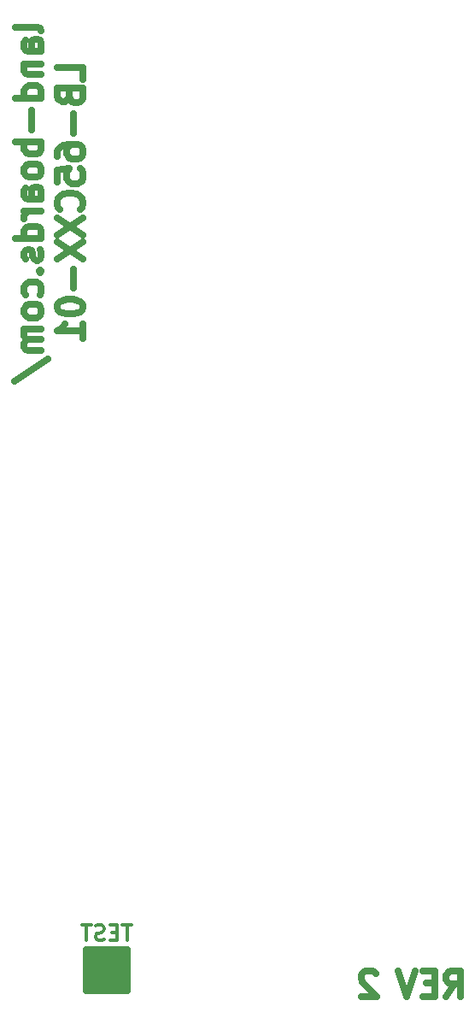
<source format=gbo>
G04 #@! TF.GenerationSoftware,KiCad,Pcbnew,(7.0.0)*
G04 #@! TF.CreationDate,2024-08-22T13:09:56-04:00*
G04 #@! TF.ProjectId,LB-65CXX-01,4c422d36-3543-4585-982d-30312e6b6963,1*
G04 #@! TF.SameCoordinates,Original*
G04 #@! TF.FileFunction,Legend,Bot*
G04 #@! TF.FilePolarity,Positive*
%FSLAX46Y46*%
G04 Gerber Fmt 4.6, Leading zero omitted, Abs format (unit mm)*
G04 Created by KiCad (PCBNEW (7.0.0)) date 2024-08-22 13:09:56*
%MOMM*%
%LPD*%
G01*
G04 APERTURE LIST*
%ADD10C,0.635000*%
%ADD11C,0.304800*%
%ADD12C,0.650000*%
G04 APERTURE END LIST*
D10*
X137559747Y-48792192D02*
X137438795Y-48550287D01*
X137438795Y-48550287D02*
X137196890Y-48429334D01*
X137196890Y-48429334D02*
X135019747Y-48429334D01*
X137559747Y-50848382D02*
X136229271Y-50848382D01*
X136229271Y-50848382D02*
X135987366Y-50727429D01*
X135987366Y-50727429D02*
X135866414Y-50485525D01*
X135866414Y-50485525D02*
X135866414Y-50001715D01*
X135866414Y-50001715D02*
X135987366Y-49759810D01*
X137438795Y-50848382D02*
X137559747Y-50606477D01*
X137559747Y-50606477D02*
X137559747Y-50001715D01*
X137559747Y-50001715D02*
X137438795Y-49759810D01*
X137438795Y-49759810D02*
X137196890Y-49638858D01*
X137196890Y-49638858D02*
X136954985Y-49638858D01*
X136954985Y-49638858D02*
X136713080Y-49759810D01*
X136713080Y-49759810D02*
X136592128Y-50001715D01*
X136592128Y-50001715D02*
X136592128Y-50606477D01*
X136592128Y-50606477D02*
X136471176Y-50848382D01*
X135866414Y-52057905D02*
X137559747Y-52057905D01*
X136108319Y-52057905D02*
X135987366Y-52178858D01*
X135987366Y-52178858D02*
X135866414Y-52420763D01*
X135866414Y-52420763D02*
X135866414Y-52783620D01*
X135866414Y-52783620D02*
X135987366Y-53025524D01*
X135987366Y-53025524D02*
X136229271Y-53146477D01*
X136229271Y-53146477D02*
X137559747Y-53146477D01*
X137559747Y-55444572D02*
X135019747Y-55444572D01*
X137438795Y-55444572D02*
X137559747Y-55202667D01*
X137559747Y-55202667D02*
X137559747Y-54718858D01*
X137559747Y-54718858D02*
X137438795Y-54476953D01*
X137438795Y-54476953D02*
X137317842Y-54356000D01*
X137317842Y-54356000D02*
X137075938Y-54235048D01*
X137075938Y-54235048D02*
X136350223Y-54235048D01*
X136350223Y-54235048D02*
X136108319Y-54356000D01*
X136108319Y-54356000D02*
X135987366Y-54476953D01*
X135987366Y-54476953D02*
X135866414Y-54718858D01*
X135866414Y-54718858D02*
X135866414Y-55202667D01*
X135866414Y-55202667D02*
X135987366Y-55444572D01*
X136592128Y-56654095D02*
X136592128Y-58589334D01*
X137559747Y-59798857D02*
X135019747Y-59798857D01*
X135987366Y-59798857D02*
X135866414Y-60040762D01*
X135866414Y-60040762D02*
X135866414Y-60524572D01*
X135866414Y-60524572D02*
X135987366Y-60766476D01*
X135987366Y-60766476D02*
X136108319Y-60887429D01*
X136108319Y-60887429D02*
X136350223Y-61008381D01*
X136350223Y-61008381D02*
X137075938Y-61008381D01*
X137075938Y-61008381D02*
X137317842Y-60887429D01*
X137317842Y-60887429D02*
X137438795Y-60766476D01*
X137438795Y-60766476D02*
X137559747Y-60524572D01*
X137559747Y-60524572D02*
X137559747Y-60040762D01*
X137559747Y-60040762D02*
X137438795Y-59798857D01*
X137559747Y-62459810D02*
X137438795Y-62217905D01*
X137438795Y-62217905D02*
X137317842Y-62096952D01*
X137317842Y-62096952D02*
X137075938Y-61976000D01*
X137075938Y-61976000D02*
X136350223Y-61976000D01*
X136350223Y-61976000D02*
X136108319Y-62096952D01*
X136108319Y-62096952D02*
X135987366Y-62217905D01*
X135987366Y-62217905D02*
X135866414Y-62459810D01*
X135866414Y-62459810D02*
X135866414Y-62822667D01*
X135866414Y-62822667D02*
X135987366Y-63064571D01*
X135987366Y-63064571D02*
X136108319Y-63185524D01*
X136108319Y-63185524D02*
X136350223Y-63306476D01*
X136350223Y-63306476D02*
X137075938Y-63306476D01*
X137075938Y-63306476D02*
X137317842Y-63185524D01*
X137317842Y-63185524D02*
X137438795Y-63064571D01*
X137438795Y-63064571D02*
X137559747Y-62822667D01*
X137559747Y-62822667D02*
X137559747Y-62459810D01*
X137559747Y-65483619D02*
X136229271Y-65483619D01*
X136229271Y-65483619D02*
X135987366Y-65362666D01*
X135987366Y-65362666D02*
X135866414Y-65120762D01*
X135866414Y-65120762D02*
X135866414Y-64636952D01*
X135866414Y-64636952D02*
X135987366Y-64395047D01*
X137438795Y-65483619D02*
X137559747Y-65241714D01*
X137559747Y-65241714D02*
X137559747Y-64636952D01*
X137559747Y-64636952D02*
X137438795Y-64395047D01*
X137438795Y-64395047D02*
X137196890Y-64274095D01*
X137196890Y-64274095D02*
X136954985Y-64274095D01*
X136954985Y-64274095D02*
X136713080Y-64395047D01*
X136713080Y-64395047D02*
X136592128Y-64636952D01*
X136592128Y-64636952D02*
X136592128Y-65241714D01*
X136592128Y-65241714D02*
X136471176Y-65483619D01*
X137559747Y-66693142D02*
X135866414Y-66693142D01*
X136350223Y-66693142D02*
X136108319Y-66814095D01*
X136108319Y-66814095D02*
X135987366Y-66935047D01*
X135987366Y-66935047D02*
X135866414Y-67176952D01*
X135866414Y-67176952D02*
X135866414Y-67418857D01*
X137559747Y-69354095D02*
X135019747Y-69354095D01*
X137438795Y-69354095D02*
X137559747Y-69112190D01*
X137559747Y-69112190D02*
X137559747Y-68628381D01*
X137559747Y-68628381D02*
X137438795Y-68386476D01*
X137438795Y-68386476D02*
X137317842Y-68265523D01*
X137317842Y-68265523D02*
X137075938Y-68144571D01*
X137075938Y-68144571D02*
X136350223Y-68144571D01*
X136350223Y-68144571D02*
X136108319Y-68265523D01*
X136108319Y-68265523D02*
X135987366Y-68386476D01*
X135987366Y-68386476D02*
X135866414Y-68628381D01*
X135866414Y-68628381D02*
X135866414Y-69112190D01*
X135866414Y-69112190D02*
X135987366Y-69354095D01*
X137438795Y-70442666D02*
X137559747Y-70684571D01*
X137559747Y-70684571D02*
X137559747Y-71168380D01*
X137559747Y-71168380D02*
X137438795Y-71410285D01*
X137438795Y-71410285D02*
X137196890Y-71531237D01*
X137196890Y-71531237D02*
X137075938Y-71531237D01*
X137075938Y-71531237D02*
X136834033Y-71410285D01*
X136834033Y-71410285D02*
X136713080Y-71168380D01*
X136713080Y-71168380D02*
X136713080Y-70805523D01*
X136713080Y-70805523D02*
X136592128Y-70563618D01*
X136592128Y-70563618D02*
X136350223Y-70442666D01*
X136350223Y-70442666D02*
X136229271Y-70442666D01*
X136229271Y-70442666D02*
X135987366Y-70563618D01*
X135987366Y-70563618D02*
X135866414Y-70805523D01*
X135866414Y-70805523D02*
X135866414Y-71168380D01*
X135866414Y-71168380D02*
X135987366Y-71410285D01*
X137317842Y-72619808D02*
X137438795Y-72740761D01*
X137438795Y-72740761D02*
X137559747Y-72619808D01*
X137559747Y-72619808D02*
X137438795Y-72498856D01*
X137438795Y-72498856D02*
X137317842Y-72619808D01*
X137317842Y-72619808D02*
X137559747Y-72619808D01*
X137438795Y-74917904D02*
X137559747Y-74675999D01*
X137559747Y-74675999D02*
X137559747Y-74192190D01*
X137559747Y-74192190D02*
X137438795Y-73950285D01*
X137438795Y-73950285D02*
X137317842Y-73829332D01*
X137317842Y-73829332D02*
X137075938Y-73708380D01*
X137075938Y-73708380D02*
X136350223Y-73708380D01*
X136350223Y-73708380D02*
X136108319Y-73829332D01*
X136108319Y-73829332D02*
X135987366Y-73950285D01*
X135987366Y-73950285D02*
X135866414Y-74192190D01*
X135866414Y-74192190D02*
X135866414Y-74675999D01*
X135866414Y-74675999D02*
X135987366Y-74917904D01*
X137559747Y-76369333D02*
X137438795Y-76127428D01*
X137438795Y-76127428D02*
X137317842Y-76006475D01*
X137317842Y-76006475D02*
X137075938Y-75885523D01*
X137075938Y-75885523D02*
X136350223Y-75885523D01*
X136350223Y-75885523D02*
X136108319Y-76006475D01*
X136108319Y-76006475D02*
X135987366Y-76127428D01*
X135987366Y-76127428D02*
X135866414Y-76369333D01*
X135866414Y-76369333D02*
X135866414Y-76732190D01*
X135866414Y-76732190D02*
X135987366Y-76974094D01*
X135987366Y-76974094D02*
X136108319Y-77095047D01*
X136108319Y-77095047D02*
X136350223Y-77215999D01*
X136350223Y-77215999D02*
X137075938Y-77215999D01*
X137075938Y-77215999D02*
X137317842Y-77095047D01*
X137317842Y-77095047D02*
X137438795Y-76974094D01*
X137438795Y-76974094D02*
X137559747Y-76732190D01*
X137559747Y-76732190D02*
X137559747Y-76369333D01*
X137559747Y-78304570D02*
X135866414Y-78304570D01*
X136108319Y-78304570D02*
X135987366Y-78425523D01*
X135987366Y-78425523D02*
X135866414Y-78667428D01*
X135866414Y-78667428D02*
X135866414Y-79030285D01*
X135866414Y-79030285D02*
X135987366Y-79272189D01*
X135987366Y-79272189D02*
X136229271Y-79393142D01*
X136229271Y-79393142D02*
X137559747Y-79393142D01*
X136229271Y-79393142D02*
X135987366Y-79514094D01*
X135987366Y-79514094D02*
X135866414Y-79755999D01*
X135866414Y-79755999D02*
X135866414Y-80118856D01*
X135866414Y-80118856D02*
X135987366Y-80360761D01*
X135987366Y-80360761D02*
X136229271Y-80481713D01*
X136229271Y-80481713D02*
X137559747Y-80481713D01*
X134898795Y-83505523D02*
X138164509Y-81328380D01*
X141674547Y-53630284D02*
X141674547Y-52420760D01*
X141674547Y-52420760D02*
X139134547Y-52420760D01*
X140344071Y-55323617D02*
X140465023Y-55686474D01*
X140465023Y-55686474D02*
X140585976Y-55807427D01*
X140585976Y-55807427D02*
X140827880Y-55928379D01*
X140827880Y-55928379D02*
X141190738Y-55928379D01*
X141190738Y-55928379D02*
X141432642Y-55807427D01*
X141432642Y-55807427D02*
X141553595Y-55686474D01*
X141553595Y-55686474D02*
X141674547Y-55444569D01*
X141674547Y-55444569D02*
X141674547Y-54476950D01*
X141674547Y-54476950D02*
X139134547Y-54476950D01*
X139134547Y-54476950D02*
X139134547Y-55323617D01*
X139134547Y-55323617D02*
X139255500Y-55565522D01*
X139255500Y-55565522D02*
X139376452Y-55686474D01*
X139376452Y-55686474D02*
X139618357Y-55807427D01*
X139618357Y-55807427D02*
X139860261Y-55807427D01*
X139860261Y-55807427D02*
X140102166Y-55686474D01*
X140102166Y-55686474D02*
X140223119Y-55565522D01*
X140223119Y-55565522D02*
X140344071Y-55323617D01*
X140344071Y-55323617D02*
X140344071Y-54476950D01*
X140706928Y-57016950D02*
X140706928Y-58952189D01*
X139134547Y-61250284D02*
X139134547Y-60766474D01*
X139134547Y-60766474D02*
X139255500Y-60524570D01*
X139255500Y-60524570D02*
X139376452Y-60403617D01*
X139376452Y-60403617D02*
X139739309Y-60161712D01*
X139739309Y-60161712D02*
X140223119Y-60040760D01*
X140223119Y-60040760D02*
X141190738Y-60040760D01*
X141190738Y-60040760D02*
X141432642Y-60161712D01*
X141432642Y-60161712D02*
X141553595Y-60282665D01*
X141553595Y-60282665D02*
X141674547Y-60524570D01*
X141674547Y-60524570D02*
X141674547Y-61008379D01*
X141674547Y-61008379D02*
X141553595Y-61250284D01*
X141553595Y-61250284D02*
X141432642Y-61371236D01*
X141432642Y-61371236D02*
X141190738Y-61492189D01*
X141190738Y-61492189D02*
X140585976Y-61492189D01*
X140585976Y-61492189D02*
X140344071Y-61371236D01*
X140344071Y-61371236D02*
X140223119Y-61250284D01*
X140223119Y-61250284D02*
X140102166Y-61008379D01*
X140102166Y-61008379D02*
X140102166Y-60524570D01*
X140102166Y-60524570D02*
X140223119Y-60282665D01*
X140223119Y-60282665D02*
X140344071Y-60161712D01*
X140344071Y-60161712D02*
X140585976Y-60040760D01*
X139134547Y-63790284D02*
X139134547Y-62580760D01*
X139134547Y-62580760D02*
X140344071Y-62459808D01*
X140344071Y-62459808D02*
X140223119Y-62580760D01*
X140223119Y-62580760D02*
X140102166Y-62822665D01*
X140102166Y-62822665D02*
X140102166Y-63427427D01*
X140102166Y-63427427D02*
X140223119Y-63669332D01*
X140223119Y-63669332D02*
X140344071Y-63790284D01*
X140344071Y-63790284D02*
X140585976Y-63911237D01*
X140585976Y-63911237D02*
X141190738Y-63911237D01*
X141190738Y-63911237D02*
X141432642Y-63790284D01*
X141432642Y-63790284D02*
X141553595Y-63669332D01*
X141553595Y-63669332D02*
X141674547Y-63427427D01*
X141674547Y-63427427D02*
X141674547Y-62822665D01*
X141674547Y-62822665D02*
X141553595Y-62580760D01*
X141553595Y-62580760D02*
X141432642Y-62459808D01*
X141432642Y-66451237D02*
X141553595Y-66330285D01*
X141553595Y-66330285D02*
X141674547Y-65967427D01*
X141674547Y-65967427D02*
X141674547Y-65725523D01*
X141674547Y-65725523D02*
X141553595Y-65362666D01*
X141553595Y-65362666D02*
X141311690Y-65120761D01*
X141311690Y-65120761D02*
X141069785Y-64999808D01*
X141069785Y-64999808D02*
X140585976Y-64878856D01*
X140585976Y-64878856D02*
X140223119Y-64878856D01*
X140223119Y-64878856D02*
X139739309Y-64999808D01*
X139739309Y-64999808D02*
X139497404Y-65120761D01*
X139497404Y-65120761D02*
X139255500Y-65362666D01*
X139255500Y-65362666D02*
X139134547Y-65725523D01*
X139134547Y-65725523D02*
X139134547Y-65967427D01*
X139134547Y-65967427D02*
X139255500Y-66330285D01*
X139255500Y-66330285D02*
X139376452Y-66451237D01*
X139134547Y-67297904D02*
X141674547Y-68991237D01*
X139134547Y-68991237D02*
X141674547Y-67297904D01*
X139134547Y-69716952D02*
X141674547Y-71410285D01*
X139134547Y-71410285D02*
X141674547Y-69716952D01*
X140706928Y-72377904D02*
X140706928Y-74313143D01*
X139134547Y-76006476D02*
X139134547Y-76248381D01*
X139134547Y-76248381D02*
X139255500Y-76490285D01*
X139255500Y-76490285D02*
X139376452Y-76611238D01*
X139376452Y-76611238D02*
X139618357Y-76732190D01*
X139618357Y-76732190D02*
X140102166Y-76853143D01*
X140102166Y-76853143D02*
X140706928Y-76853143D01*
X140706928Y-76853143D02*
X141190738Y-76732190D01*
X141190738Y-76732190D02*
X141432642Y-76611238D01*
X141432642Y-76611238D02*
X141553595Y-76490285D01*
X141553595Y-76490285D02*
X141674547Y-76248381D01*
X141674547Y-76248381D02*
X141674547Y-76006476D01*
X141674547Y-76006476D02*
X141553595Y-75764571D01*
X141553595Y-75764571D02*
X141432642Y-75643619D01*
X141432642Y-75643619D02*
X141190738Y-75522666D01*
X141190738Y-75522666D02*
X140706928Y-75401714D01*
X140706928Y-75401714D02*
X140102166Y-75401714D01*
X140102166Y-75401714D02*
X139618357Y-75522666D01*
X139618357Y-75522666D02*
X139376452Y-75643619D01*
X139376452Y-75643619D02*
X139255500Y-75764571D01*
X139255500Y-75764571D02*
X139134547Y-76006476D01*
X141674547Y-79272191D02*
X141674547Y-77820762D01*
X141674547Y-78546476D02*
X139134547Y-78546476D01*
X139134547Y-78546476D02*
X139497404Y-78304572D01*
X139497404Y-78304572D02*
X139739309Y-78062667D01*
X139739309Y-78062667D02*
X139860261Y-77820762D01*
X177666952Y-144443147D02*
X178513619Y-143233623D01*
X179118381Y-144443147D02*
X179118381Y-141903147D01*
X179118381Y-141903147D02*
X178150762Y-141903147D01*
X178150762Y-141903147D02*
X177908857Y-142024100D01*
X177908857Y-142024100D02*
X177787904Y-142145052D01*
X177787904Y-142145052D02*
X177666952Y-142386957D01*
X177666952Y-142386957D02*
X177666952Y-142749814D01*
X177666952Y-142749814D02*
X177787904Y-142991719D01*
X177787904Y-142991719D02*
X177908857Y-143112671D01*
X177908857Y-143112671D02*
X178150762Y-143233623D01*
X178150762Y-143233623D02*
X179118381Y-143233623D01*
X176578381Y-143112671D02*
X175731714Y-143112671D01*
X175368857Y-144443147D02*
X176578381Y-144443147D01*
X176578381Y-144443147D02*
X176578381Y-141903147D01*
X176578381Y-141903147D02*
X175368857Y-141903147D01*
X174643143Y-141903147D02*
X173796476Y-144443147D01*
X173796476Y-144443147D02*
X172949809Y-141903147D01*
X170700095Y-142145052D02*
X170579143Y-142024100D01*
X170579143Y-142024100D02*
X170337238Y-141903147D01*
X170337238Y-141903147D02*
X169732476Y-141903147D01*
X169732476Y-141903147D02*
X169490571Y-142024100D01*
X169490571Y-142024100D02*
X169369619Y-142145052D01*
X169369619Y-142145052D02*
X169248666Y-142386957D01*
X169248666Y-142386957D02*
X169248666Y-142628861D01*
X169248666Y-142628861D02*
X169369619Y-142991719D01*
X169369619Y-142991719D02*
X170821047Y-144443147D01*
X170821047Y-144443147D02*
X169248666Y-144443147D01*
D11*
X146474543Y-137369488D02*
X145603686Y-137369488D01*
X146039114Y-138893488D02*
X146039114Y-137369488D01*
X145095685Y-138095202D02*
X144587685Y-138095202D01*
X144369971Y-138893488D02*
X145095685Y-138893488D01*
X145095685Y-138893488D02*
X145095685Y-137369488D01*
X145095685Y-137369488D02*
X144369971Y-137369488D01*
X143789400Y-138820917D02*
X143571686Y-138893488D01*
X143571686Y-138893488D02*
X143208828Y-138893488D01*
X143208828Y-138893488D02*
X143063686Y-138820917D01*
X143063686Y-138820917D02*
X142991114Y-138748345D01*
X142991114Y-138748345D02*
X142918543Y-138603202D01*
X142918543Y-138603202D02*
X142918543Y-138458060D01*
X142918543Y-138458060D02*
X142991114Y-138312917D01*
X142991114Y-138312917D02*
X143063686Y-138240345D01*
X143063686Y-138240345D02*
X143208828Y-138167774D01*
X143208828Y-138167774D02*
X143499114Y-138095202D01*
X143499114Y-138095202D02*
X143644257Y-138022631D01*
X143644257Y-138022631D02*
X143716828Y-137950060D01*
X143716828Y-137950060D02*
X143789400Y-137804917D01*
X143789400Y-137804917D02*
X143789400Y-137659774D01*
X143789400Y-137659774D02*
X143716828Y-137514631D01*
X143716828Y-137514631D02*
X143644257Y-137442060D01*
X143644257Y-137442060D02*
X143499114Y-137369488D01*
X143499114Y-137369488D02*
X143136257Y-137369488D01*
X143136257Y-137369488D02*
X142918543Y-137442060D01*
X142483114Y-137369488D02*
X141612257Y-137369488D01*
X142047685Y-138893488D02*
X142047685Y-137369488D01*
D12*
X142043400Y-139833600D02*
X142043400Y-140333600D01*
X142043400Y-139833600D02*
X146043400Y-139833600D01*
X142043400Y-140333600D02*
X146043400Y-140333600D01*
X142043400Y-140833600D02*
X142043400Y-141333600D01*
X142043400Y-141333600D02*
X146043400Y-141333600D01*
X142043400Y-141833600D02*
X142043400Y-142333600D01*
X142043400Y-142333600D02*
X145543400Y-142333600D01*
X142043400Y-142833600D02*
X142043400Y-143333600D01*
X142043400Y-143333600D02*
X146043400Y-143333600D01*
X142043400Y-143833600D02*
X142043400Y-139833600D01*
X145543400Y-142333600D02*
X146043400Y-142333600D01*
X146043400Y-139833600D02*
X146043400Y-143833600D01*
X146043400Y-140333600D02*
X146043400Y-140833600D01*
X146043400Y-140833600D02*
X142043400Y-140833600D01*
X146043400Y-141333600D02*
X146043400Y-141833600D01*
X146043400Y-141833600D02*
X142043400Y-141833600D01*
X146043400Y-142333600D02*
X146043400Y-142833600D01*
X146043400Y-142833600D02*
X142043400Y-142833600D01*
X146043400Y-143833600D02*
X142043400Y-143833600D01*
M02*

</source>
